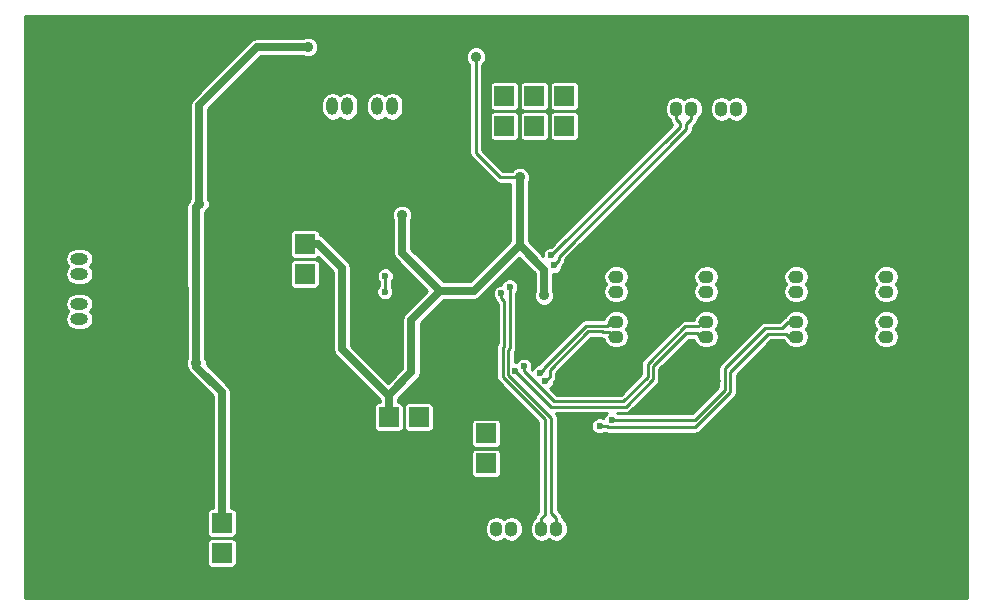
<source format=gtl>
%FSLAX34Y34*%
G04 Gerber Fmt 3.4, Leading zero omitted, Abs format*
G04 (created by PCBNEW (2014-jan-25)-product) date Tue 18 Mar 2014 22:35:24 CET*
%MOIN*%
G01*
G70*
G90*
G04 APERTURE LIST*
%ADD10C,0.005906*%
%ADD11C,0.078740*%
%ADD12O,0.059055X0.039370*%
%ADD13C,0.059055*%
%ADD14R,0.065000X0.065000*%
%ADD15O,0.039370X0.059055*%
%ADD16C,0.236220*%
%ADD17C,0.098425*%
%ADD18O,0.051181X0.043307*%
%ADD19O,0.043307X0.051181*%
%ADD20C,0.035000*%
%ADD21C,0.023622*%
%ADD22C,0.027559*%
%ADD23C,0.010000*%
G04 APERTURE END LIST*
G54D10*
G54D11*
X39100Y-48868D03*
G54D12*
X39100Y-47400D03*
G54D11*
X39493Y-43817D03*
G54D12*
X39100Y-46900D03*
X39100Y-45900D03*
X39100Y-45400D03*
G54D13*
X38509Y-44900D03*
X38509Y-46400D03*
X38509Y-47900D03*
G54D14*
X44850Y-54200D03*
X43850Y-54200D03*
X42850Y-54200D03*
X42850Y-55200D03*
X43850Y-55200D03*
X44850Y-55200D03*
G54D11*
X46071Y-40320D03*
G54D15*
X47540Y-40320D03*
G54D11*
X51122Y-40713D03*
G54D15*
X48040Y-40320D03*
X49040Y-40320D03*
X49540Y-40320D03*
G54D13*
X50040Y-39729D03*
X48540Y-39729D03*
X47040Y-39729D03*
G54D14*
X53275Y-40975D03*
X53275Y-39975D03*
X52660Y-51220D03*
X52660Y-52220D03*
X55275Y-40975D03*
X55275Y-39975D03*
X54275Y-40975D03*
X54275Y-39975D03*
G54D16*
X39000Y-55000D03*
X39000Y-39000D03*
X67000Y-55000D03*
X67000Y-39000D03*
G54D14*
X49420Y-50680D03*
X50420Y-50680D03*
X51420Y-50680D03*
X46620Y-44900D03*
X46620Y-45900D03*
X46620Y-46900D03*
X53280Y-38980D03*
X54280Y-38980D03*
X55280Y-38980D03*
X53660Y-52220D03*
G54D17*
X57000Y-49468D03*
G54D18*
X57000Y-48000D03*
G54D17*
X57393Y-44417D03*
G54D18*
X57000Y-47500D03*
X57000Y-46500D03*
X57000Y-46000D03*
X56409Y-45500D03*
X56409Y-47000D03*
X56409Y-48500D03*
G54D17*
X60000Y-49468D03*
G54D18*
X60000Y-48000D03*
G54D17*
X60393Y-44417D03*
G54D18*
X60000Y-47500D03*
X60000Y-46500D03*
X60000Y-46000D03*
X59409Y-45500D03*
X59409Y-47000D03*
X59409Y-48500D03*
G54D17*
X63000Y-49468D03*
G54D18*
X63000Y-48000D03*
G54D17*
X63393Y-44417D03*
G54D18*
X63000Y-47500D03*
X63000Y-46500D03*
X63000Y-46000D03*
X62409Y-45500D03*
X62409Y-47000D03*
X62409Y-48500D03*
G54D17*
X66000Y-49468D03*
G54D18*
X66000Y-48000D03*
G54D17*
X66393Y-44417D03*
G54D18*
X66000Y-47500D03*
X66000Y-46500D03*
X66000Y-46000D03*
X65409Y-45500D03*
X65409Y-47000D03*
X65409Y-48500D03*
G54D17*
X57531Y-40400D03*
G54D19*
X59000Y-40400D03*
G54D17*
X62582Y-40793D03*
G54D19*
X59500Y-40400D03*
X60500Y-40400D03*
X61000Y-40400D03*
X61500Y-39809D03*
X60000Y-39809D03*
X58500Y-39809D03*
G54D17*
X56468Y-54400D03*
G54D19*
X55000Y-54400D03*
G54D17*
X51417Y-54006D03*
G54D19*
X54500Y-54400D03*
X53500Y-54400D03*
X53000Y-54400D03*
X52500Y-54990D03*
X54000Y-54990D03*
X55500Y-54990D03*
G54D20*
X46720Y-38340D03*
X43000Y-48866D03*
X43100Y-43560D03*
X52320Y-38660D03*
X53780Y-42679D03*
X54590Y-46620D03*
X49860Y-43940D03*
G54D21*
X49299Y-45970D03*
X49288Y-46498D03*
X54640Y-49480D03*
X54460Y-49200D03*
X53640Y-49140D03*
X53920Y-48979D03*
X56450Y-50969D03*
X56860Y-50769D03*
X54840Y-45280D03*
X54920Y-45619D03*
X53450Y-46340D03*
X53170Y-46550D03*
X55315Y-46440D03*
X43860Y-43685D03*
X51520Y-45310D03*
X51740Y-47100D03*
X43880Y-49020D03*
X42420Y-43590D03*
X42500Y-49360D03*
X43200Y-51500D03*
X45795Y-51915D03*
X47100Y-50805D03*
X46380Y-52860D03*
X44340Y-42260D03*
X48135Y-43290D03*
X45715Y-47415D03*
X45720Y-45240D03*
X49280Y-47419D03*
X51440Y-43840D03*
X50340Y-45020D03*
X50279Y-46559D03*
X50900Y-49419D03*
X46460Y-49760D03*
X44020Y-45680D03*
X44480Y-47000D03*
X41280Y-46960D03*
X41540Y-52580D03*
X41200Y-41740D03*
X45200Y-42580D03*
X47840Y-42240D03*
X50900Y-42040D03*
X51070Y-48160D03*
G54D22*
X43100Y-43560D02*
X43100Y-40280D01*
X45040Y-38340D02*
X46720Y-38340D01*
X43100Y-40280D02*
X45040Y-38340D01*
X43000Y-48997D02*
X43000Y-48866D01*
X43000Y-46280D02*
X43000Y-48866D01*
X43000Y-48997D02*
X43850Y-49847D01*
X43850Y-54200D02*
X43850Y-49847D01*
X42980Y-46280D02*
X42980Y-43680D01*
X42980Y-43680D02*
X43100Y-43560D01*
X43000Y-46280D02*
X42980Y-46280D01*
G54D23*
X52320Y-41860D02*
X52320Y-38660D01*
X53139Y-42679D02*
X52320Y-41860D01*
X53780Y-42679D02*
X53139Y-42679D01*
G54D22*
X53780Y-44940D02*
X53780Y-42679D01*
X53780Y-44950D02*
X54590Y-45760D01*
X54590Y-45760D02*
X54590Y-46620D01*
X53780Y-44940D02*
X53780Y-44950D01*
X47860Y-45715D02*
X47045Y-44900D01*
X47860Y-48420D02*
X47860Y-45715D01*
X49420Y-49980D02*
X47860Y-48420D01*
X49420Y-50680D02*
X49420Y-49980D01*
X50175Y-49179D02*
X50175Y-47428D01*
X49420Y-49934D02*
X50175Y-49179D01*
X49420Y-50255D02*
X49420Y-49934D01*
X49420Y-50680D02*
X49420Y-50255D01*
X50175Y-47428D02*
X51141Y-46461D01*
X51141Y-46461D02*
X52258Y-46461D01*
X52258Y-46461D02*
X53780Y-44940D01*
X47045Y-44900D02*
X46620Y-44900D01*
X49860Y-45200D02*
X49860Y-43940D01*
X51121Y-46461D02*
X49860Y-45200D01*
X51141Y-46461D02*
X51121Y-46461D01*
G54D23*
X49299Y-45970D02*
X49299Y-46487D01*
X49299Y-46487D02*
X49288Y-46498D01*
X56565Y-47845D02*
X56540Y-47820D01*
X56765Y-47845D02*
X56565Y-47845D01*
X57000Y-48000D02*
X56920Y-48000D01*
X56920Y-48000D02*
X56765Y-47845D01*
X54780Y-49340D02*
X54640Y-49480D01*
X54780Y-49100D02*
X54780Y-49340D01*
X56060Y-47820D02*
X54780Y-49100D01*
X56540Y-47820D02*
X56060Y-47820D01*
X54578Y-49081D02*
X54460Y-49200D01*
X54578Y-49041D02*
X54578Y-49081D01*
X55980Y-47640D02*
X54578Y-49041D01*
X56679Y-47640D02*
X55980Y-47640D01*
X56819Y-47500D02*
X56679Y-47640D01*
X57000Y-47500D02*
X56819Y-47500D01*
X59325Y-47880D02*
X58222Y-48982D01*
X59700Y-47880D02*
X59325Y-47880D01*
X59820Y-48000D02*
X59700Y-47880D01*
X60000Y-48000D02*
X59820Y-48000D01*
X58222Y-49417D02*
X57311Y-50328D01*
X58222Y-48982D02*
X58222Y-49417D01*
X54828Y-50328D02*
X53640Y-49140D01*
X57311Y-50328D02*
X54828Y-50328D01*
X53920Y-49147D02*
X53920Y-48979D01*
X59880Y-47500D02*
X59725Y-47654D01*
X60000Y-47500D02*
X59880Y-47500D01*
X59725Y-47654D02*
X59297Y-47654D01*
X59297Y-47654D02*
X58043Y-48908D01*
X58043Y-49343D02*
X57237Y-50150D01*
X58043Y-48908D02*
X58043Y-49343D01*
X57237Y-50150D02*
X54922Y-50150D01*
X54922Y-50150D02*
X53920Y-49147D01*
X60799Y-49840D02*
X59623Y-51016D01*
X59623Y-51016D02*
X56741Y-51016D01*
X56694Y-50969D02*
X56741Y-51016D01*
X56450Y-50969D02*
X56694Y-50969D01*
X60799Y-49170D02*
X60799Y-49840D01*
X62070Y-47899D02*
X60799Y-49170D01*
X62654Y-47899D02*
X62070Y-47899D01*
X63000Y-48000D02*
X62754Y-48000D01*
X62754Y-48000D02*
X62654Y-47899D01*
X60620Y-49766D02*
X60620Y-49056D01*
X60620Y-49056D02*
X61962Y-47715D01*
X60620Y-49766D02*
X59617Y-50769D01*
X59617Y-50769D02*
X56860Y-50769D01*
X63000Y-47500D02*
X62740Y-47500D01*
X62740Y-47500D02*
X62524Y-47715D01*
X62524Y-47715D02*
X61962Y-47715D01*
X59000Y-40400D02*
X59000Y-40755D01*
X59000Y-40755D02*
X59124Y-40880D01*
X59124Y-40880D02*
X59124Y-40995D01*
X59124Y-40995D02*
X54840Y-45280D01*
X59500Y-40755D02*
X59335Y-40920D01*
X59500Y-40400D02*
X59500Y-40755D01*
X59335Y-40920D02*
X59335Y-41084D01*
X55086Y-45453D02*
X54920Y-45619D01*
X59335Y-41084D02*
X55086Y-45333D01*
X55086Y-45333D02*
X55086Y-45453D01*
X55000Y-54044D02*
X55000Y-54400D01*
X55000Y-54044D02*
X54835Y-53880D01*
X53393Y-49258D02*
X54835Y-50701D01*
X54835Y-53880D02*
X54835Y-50701D01*
X53393Y-48429D02*
X53393Y-49258D01*
X53393Y-48429D02*
X53448Y-48373D01*
X53450Y-46340D02*
X53450Y-48194D01*
X53448Y-48373D02*
X53448Y-48196D01*
X53448Y-48196D02*
X53450Y-48194D01*
X53170Y-46550D02*
X53170Y-46717D01*
X53170Y-46717D02*
X53270Y-46817D01*
X53270Y-46817D02*
X53270Y-48299D01*
X53211Y-48358D02*
X53270Y-48299D01*
X53211Y-49329D02*
X53211Y-48358D01*
X54500Y-54044D02*
X54620Y-53924D01*
X54500Y-54400D02*
X54500Y-54044D01*
X54620Y-50738D02*
X53211Y-49329D01*
X54620Y-53924D02*
X54620Y-50738D01*
X55315Y-46440D02*
X55315Y-46425D01*
X43860Y-43685D02*
X43835Y-43685D01*
X50470Y-42380D02*
X50470Y-43470D01*
X51520Y-44520D02*
X51520Y-45310D01*
X50470Y-43470D02*
X51520Y-44520D01*
X51560Y-48690D02*
X51560Y-47280D01*
X51560Y-47280D02*
X51740Y-47100D01*
X43880Y-49020D02*
X43880Y-49010D01*
X45720Y-45240D02*
X45720Y-45255D01*
X51440Y-43840D02*
X51460Y-43840D01*
X51400Y-49919D02*
X51400Y-50700D01*
X50900Y-49419D02*
X51400Y-49919D01*
X46460Y-49760D02*
X46460Y-49780D01*
X44020Y-45680D02*
X43940Y-45680D01*
X44480Y-47000D02*
X44480Y-47060D01*
X41280Y-46960D02*
X41260Y-46940D01*
X41540Y-52580D02*
X41540Y-52600D01*
X41200Y-41740D02*
X41180Y-41760D01*
X45200Y-42580D02*
X45180Y-42580D01*
X47840Y-42240D02*
X47820Y-42260D01*
X47820Y-42260D02*
X47820Y-42280D01*
X47820Y-42280D02*
X47840Y-42300D01*
X50900Y-42040D02*
X50900Y-42060D01*
G54D10*
G36*
X68702Y-56702D02*
X66432Y-56702D01*
X66432Y-48000D01*
X66403Y-47852D01*
X66334Y-47750D01*
X66403Y-47647D01*
X66432Y-47500D01*
X66432Y-46500D01*
X66403Y-46352D01*
X66334Y-46250D01*
X66403Y-46147D01*
X66432Y-46000D01*
X66403Y-45852D01*
X66319Y-45728D01*
X66194Y-45644D01*
X66047Y-45615D01*
X65952Y-45615D01*
X65805Y-45644D01*
X65680Y-45728D01*
X65596Y-45852D01*
X65567Y-46000D01*
X65596Y-46147D01*
X65665Y-46250D01*
X65596Y-46352D01*
X65567Y-46500D01*
X65596Y-46647D01*
X65680Y-46771D01*
X65805Y-46855D01*
X65952Y-46884D01*
X66047Y-46884D01*
X66194Y-46855D01*
X66319Y-46771D01*
X66403Y-46647D01*
X66432Y-46500D01*
X66432Y-47500D01*
X66403Y-47352D01*
X66319Y-47228D01*
X66194Y-47144D01*
X66047Y-47115D01*
X65952Y-47115D01*
X65805Y-47144D01*
X65680Y-47228D01*
X65596Y-47352D01*
X65567Y-47500D01*
X65596Y-47647D01*
X65665Y-47750D01*
X65596Y-47852D01*
X65567Y-48000D01*
X65596Y-48147D01*
X65680Y-48271D01*
X65805Y-48355D01*
X65952Y-48384D01*
X66047Y-48384D01*
X66194Y-48355D01*
X66319Y-48271D01*
X66403Y-48147D01*
X66432Y-48000D01*
X66432Y-56702D01*
X63432Y-56702D01*
X63432Y-48000D01*
X63403Y-47852D01*
X63334Y-47750D01*
X63403Y-47647D01*
X63432Y-47500D01*
X63432Y-46500D01*
X63403Y-46352D01*
X63334Y-46250D01*
X63403Y-46147D01*
X63432Y-46000D01*
X63403Y-45852D01*
X63319Y-45728D01*
X63194Y-45644D01*
X63047Y-45615D01*
X62952Y-45615D01*
X62805Y-45644D01*
X62680Y-45728D01*
X62596Y-45852D01*
X62567Y-46000D01*
X62596Y-46147D01*
X62665Y-46250D01*
X62596Y-46352D01*
X62567Y-46500D01*
X62596Y-46647D01*
X62680Y-46771D01*
X62805Y-46855D01*
X62952Y-46884D01*
X63047Y-46884D01*
X63194Y-46855D01*
X63319Y-46771D01*
X63403Y-46647D01*
X63432Y-46500D01*
X63432Y-47500D01*
X63403Y-47352D01*
X63319Y-47228D01*
X63194Y-47144D01*
X63047Y-47115D01*
X62952Y-47115D01*
X62805Y-47144D01*
X62680Y-47228D01*
X62614Y-47326D01*
X62585Y-47345D01*
X62434Y-47497D01*
X61962Y-47497D01*
X61878Y-47513D01*
X61807Y-47560D01*
X61384Y-47984D01*
X61384Y-40447D01*
X61384Y-40352D01*
X61355Y-40205D01*
X61271Y-40080D01*
X61147Y-39996D01*
X61000Y-39967D01*
X60852Y-39996D01*
X60749Y-40065D01*
X60647Y-39996D01*
X60500Y-39967D01*
X60352Y-39996D01*
X60228Y-40080D01*
X60144Y-40205D01*
X60115Y-40352D01*
X60115Y-40447D01*
X60144Y-40594D01*
X60228Y-40719D01*
X60352Y-40803D01*
X60500Y-40832D01*
X60647Y-40803D01*
X60750Y-40734D01*
X60852Y-40803D01*
X61000Y-40832D01*
X61147Y-40803D01*
X61271Y-40719D01*
X61355Y-40594D01*
X61384Y-40447D01*
X61384Y-47984D01*
X60466Y-48902D01*
X60419Y-48972D01*
X60402Y-49056D01*
X60402Y-49676D01*
X59527Y-50551D01*
X57046Y-50551D01*
X57041Y-50546D01*
X57311Y-50546D01*
X57394Y-50530D01*
X57394Y-50530D01*
X57465Y-50482D01*
X58376Y-49572D01*
X58376Y-49572D01*
X58423Y-49501D01*
X58440Y-49417D01*
X58440Y-49073D01*
X59415Y-48098D01*
X59587Y-48098D01*
X59596Y-48147D01*
X59680Y-48271D01*
X59805Y-48355D01*
X59952Y-48384D01*
X60047Y-48384D01*
X60194Y-48355D01*
X60319Y-48271D01*
X60403Y-48147D01*
X60432Y-48000D01*
X60403Y-47852D01*
X60334Y-47750D01*
X60403Y-47647D01*
X60432Y-47500D01*
X60432Y-46500D01*
X60403Y-46352D01*
X60334Y-46250D01*
X60403Y-46147D01*
X60432Y-46000D01*
X60403Y-45852D01*
X60319Y-45728D01*
X60194Y-45644D01*
X60047Y-45615D01*
X59952Y-45615D01*
X59884Y-45628D01*
X59884Y-40447D01*
X59884Y-40352D01*
X59855Y-40205D01*
X59771Y-40080D01*
X59647Y-39996D01*
X59500Y-39967D01*
X59352Y-39996D01*
X59249Y-40065D01*
X59147Y-39996D01*
X59000Y-39967D01*
X58852Y-39996D01*
X58728Y-40080D01*
X58644Y-40205D01*
X58615Y-40352D01*
X58615Y-40447D01*
X58644Y-40594D01*
X58728Y-40719D01*
X58781Y-40755D01*
X58781Y-40755D01*
X58798Y-40839D01*
X58845Y-40910D01*
X58873Y-40937D01*
X55768Y-44043D01*
X55768Y-41333D01*
X55768Y-41266D01*
X55768Y-40616D01*
X55768Y-40333D01*
X55768Y-40266D01*
X55768Y-39616D01*
X55742Y-39554D01*
X55695Y-39507D01*
X55633Y-39481D01*
X55566Y-39481D01*
X54916Y-39481D01*
X54854Y-39507D01*
X54807Y-39554D01*
X54781Y-39616D01*
X54781Y-39683D01*
X54781Y-40333D01*
X54807Y-40395D01*
X54854Y-40442D01*
X54916Y-40468D01*
X54983Y-40468D01*
X55633Y-40468D01*
X55695Y-40442D01*
X55742Y-40395D01*
X55768Y-40333D01*
X55768Y-40616D01*
X55742Y-40554D01*
X55695Y-40507D01*
X55633Y-40481D01*
X55566Y-40481D01*
X54916Y-40481D01*
X54854Y-40507D01*
X54807Y-40554D01*
X54781Y-40616D01*
X54781Y-40683D01*
X54781Y-41333D01*
X54807Y-41395D01*
X54854Y-41442D01*
X54916Y-41468D01*
X54983Y-41468D01*
X55633Y-41468D01*
X55695Y-41442D01*
X55742Y-41395D01*
X55768Y-41333D01*
X55768Y-44043D01*
X54817Y-44993D01*
X54783Y-44993D01*
X54768Y-45000D01*
X54768Y-41333D01*
X54768Y-41266D01*
X54768Y-40616D01*
X54768Y-40333D01*
X54768Y-40266D01*
X54768Y-39616D01*
X54742Y-39554D01*
X54695Y-39507D01*
X54633Y-39481D01*
X54566Y-39481D01*
X53916Y-39481D01*
X53854Y-39507D01*
X53807Y-39554D01*
X53781Y-39616D01*
X53781Y-39683D01*
X53781Y-40333D01*
X53807Y-40395D01*
X53854Y-40442D01*
X53916Y-40468D01*
X53983Y-40468D01*
X54633Y-40468D01*
X54695Y-40442D01*
X54742Y-40395D01*
X54768Y-40333D01*
X54768Y-40616D01*
X54742Y-40554D01*
X54695Y-40507D01*
X54633Y-40481D01*
X54566Y-40481D01*
X53916Y-40481D01*
X53854Y-40507D01*
X53807Y-40554D01*
X53781Y-40616D01*
X53781Y-40683D01*
X53781Y-41333D01*
X53807Y-41395D01*
X53854Y-41442D01*
X53916Y-41468D01*
X53983Y-41468D01*
X54633Y-41468D01*
X54695Y-41442D01*
X54742Y-41395D01*
X54768Y-41333D01*
X54768Y-45000D01*
X54678Y-45037D01*
X54597Y-45117D01*
X54553Y-45222D01*
X54553Y-45291D01*
X54085Y-44823D01*
X54085Y-42838D01*
X54123Y-42748D01*
X54123Y-42612D01*
X54071Y-42485D01*
X53974Y-42389D01*
X53848Y-42336D01*
X53768Y-42336D01*
X53768Y-41333D01*
X53768Y-41266D01*
X53768Y-40616D01*
X53768Y-40333D01*
X53768Y-40266D01*
X53768Y-39616D01*
X53742Y-39554D01*
X53695Y-39507D01*
X53633Y-39481D01*
X53566Y-39481D01*
X52916Y-39481D01*
X52854Y-39507D01*
X52807Y-39554D01*
X52781Y-39616D01*
X52781Y-39683D01*
X52781Y-40333D01*
X52807Y-40395D01*
X52854Y-40442D01*
X52916Y-40468D01*
X52983Y-40468D01*
X53633Y-40468D01*
X53695Y-40442D01*
X53742Y-40395D01*
X53768Y-40333D01*
X53768Y-40616D01*
X53742Y-40554D01*
X53695Y-40507D01*
X53633Y-40481D01*
X53566Y-40481D01*
X52916Y-40481D01*
X52854Y-40507D01*
X52807Y-40554D01*
X52781Y-40616D01*
X52781Y-40683D01*
X52781Y-41333D01*
X52807Y-41395D01*
X52854Y-41442D01*
X52916Y-41468D01*
X52983Y-41468D01*
X53633Y-41468D01*
X53695Y-41442D01*
X53742Y-41395D01*
X53768Y-41333D01*
X53768Y-42336D01*
X53712Y-42336D01*
X53585Y-42388D01*
X53512Y-42461D01*
X53230Y-42461D01*
X52538Y-41769D01*
X52538Y-38927D01*
X52610Y-38854D01*
X52663Y-38728D01*
X52663Y-38592D01*
X52611Y-38465D01*
X52514Y-38369D01*
X52388Y-38316D01*
X52252Y-38316D01*
X52125Y-38368D01*
X52029Y-38465D01*
X51976Y-38591D01*
X51976Y-38727D01*
X52028Y-38854D01*
X52101Y-38927D01*
X52101Y-41860D01*
X52118Y-41943D01*
X52165Y-42014D01*
X52985Y-42834D01*
X53056Y-42881D01*
X53056Y-42881D01*
X53139Y-42898D01*
X53474Y-42898D01*
X53474Y-44813D01*
X52131Y-46155D01*
X51248Y-46155D01*
X50165Y-45073D01*
X50165Y-44098D01*
X50203Y-44008D01*
X50203Y-43872D01*
X50151Y-43745D01*
X50054Y-43649D01*
X49928Y-43596D01*
X49904Y-43596D01*
X49904Y-40427D01*
X49904Y-40212D01*
X49877Y-40072D01*
X49798Y-39954D01*
X49679Y-39875D01*
X49540Y-39847D01*
X49400Y-39875D01*
X49290Y-39949D01*
X49179Y-39875D01*
X49040Y-39847D01*
X48900Y-39875D01*
X48781Y-39954D01*
X48702Y-40072D01*
X48675Y-40212D01*
X48675Y-40427D01*
X48702Y-40567D01*
X48781Y-40685D01*
X48900Y-40764D01*
X49040Y-40792D01*
X49179Y-40764D01*
X49290Y-40690D01*
X49400Y-40764D01*
X49540Y-40792D01*
X49679Y-40764D01*
X49798Y-40685D01*
X49877Y-40567D01*
X49904Y-40427D01*
X49904Y-43596D01*
X49792Y-43596D01*
X49665Y-43648D01*
X49569Y-43745D01*
X49516Y-43871D01*
X49516Y-44007D01*
X49554Y-44098D01*
X49554Y-45200D01*
X49577Y-45317D01*
X49643Y-45416D01*
X50699Y-46471D01*
X49958Y-47211D01*
X49892Y-47311D01*
X49869Y-47428D01*
X49869Y-49052D01*
X49586Y-49335D01*
X49586Y-45913D01*
X49542Y-45808D01*
X49462Y-45727D01*
X49357Y-45683D01*
X49243Y-45683D01*
X49138Y-45727D01*
X49057Y-45807D01*
X49013Y-45912D01*
X49013Y-46026D01*
X49057Y-46131D01*
X49081Y-46156D01*
X49081Y-46300D01*
X49046Y-46336D01*
X49002Y-46441D01*
X49002Y-46555D01*
X49045Y-46660D01*
X49126Y-46741D01*
X49231Y-46785D01*
X49345Y-46785D01*
X49450Y-46741D01*
X49531Y-46661D01*
X49574Y-46556D01*
X49575Y-46442D01*
X49531Y-46336D01*
X49518Y-46323D01*
X49518Y-46156D01*
X49542Y-46132D01*
X49586Y-46027D01*
X49586Y-45913D01*
X49586Y-49335D01*
X49397Y-49524D01*
X48404Y-48532D01*
X48404Y-40427D01*
X48404Y-40212D01*
X48377Y-40072D01*
X48298Y-39954D01*
X48179Y-39875D01*
X48040Y-39847D01*
X47900Y-39875D01*
X47790Y-39949D01*
X47679Y-39875D01*
X47540Y-39847D01*
X47400Y-39875D01*
X47281Y-39954D01*
X47202Y-40072D01*
X47175Y-40212D01*
X47175Y-40427D01*
X47202Y-40567D01*
X47281Y-40685D01*
X47400Y-40764D01*
X47540Y-40792D01*
X47679Y-40764D01*
X47790Y-40690D01*
X47900Y-40764D01*
X48040Y-40792D01*
X48179Y-40764D01*
X48298Y-40685D01*
X48377Y-40567D01*
X48404Y-40427D01*
X48404Y-48532D01*
X48165Y-48293D01*
X48165Y-45715D01*
X48142Y-45597D01*
X48076Y-45498D01*
X47261Y-44683D01*
X47162Y-44617D01*
X47113Y-44607D01*
X47113Y-44541D01*
X47087Y-44479D01*
X47063Y-44455D01*
X47063Y-38272D01*
X47011Y-38145D01*
X46914Y-38049D01*
X46788Y-37996D01*
X46652Y-37996D01*
X46561Y-38034D01*
X45040Y-38034D01*
X44922Y-38057D01*
X44823Y-38123D01*
X42883Y-40063D01*
X42817Y-40162D01*
X42794Y-40280D01*
X42794Y-43401D01*
X42771Y-43455D01*
X42763Y-43463D01*
X42697Y-43562D01*
X42674Y-43680D01*
X42674Y-46280D01*
X42694Y-46380D01*
X42694Y-48708D01*
X42656Y-48798D01*
X42656Y-48934D01*
X42704Y-49050D01*
X42717Y-49114D01*
X42783Y-49213D01*
X43544Y-49974D01*
X43544Y-53706D01*
X43491Y-53706D01*
X43429Y-53732D01*
X43382Y-53779D01*
X43356Y-53841D01*
X43356Y-53908D01*
X43356Y-54558D01*
X43382Y-54620D01*
X43429Y-54667D01*
X43491Y-54693D01*
X43558Y-54693D01*
X44208Y-54693D01*
X44270Y-54667D01*
X44317Y-54620D01*
X44343Y-54558D01*
X44343Y-54491D01*
X44343Y-53841D01*
X44317Y-53779D01*
X44270Y-53732D01*
X44208Y-53706D01*
X44155Y-53706D01*
X44155Y-49847D01*
X44132Y-49730D01*
X44066Y-49631D01*
X43343Y-48907D01*
X43343Y-48798D01*
X43305Y-48708D01*
X43305Y-46280D01*
X43285Y-46179D01*
X43285Y-43854D01*
X43294Y-43851D01*
X43390Y-43754D01*
X43443Y-43628D01*
X43443Y-43492D01*
X43405Y-43401D01*
X43405Y-40406D01*
X45166Y-38645D01*
X46561Y-38645D01*
X46651Y-38683D01*
X46787Y-38683D01*
X46914Y-38631D01*
X47010Y-38534D01*
X47063Y-38408D01*
X47063Y-38272D01*
X47063Y-44455D01*
X47040Y-44432D01*
X46978Y-44406D01*
X46911Y-44406D01*
X46261Y-44406D01*
X46199Y-44432D01*
X46152Y-44479D01*
X46126Y-44541D01*
X46126Y-44608D01*
X46126Y-45258D01*
X46152Y-45320D01*
X46199Y-45367D01*
X46261Y-45393D01*
X46328Y-45393D01*
X46978Y-45393D01*
X47040Y-45367D01*
X47060Y-45347D01*
X47554Y-45841D01*
X47554Y-48420D01*
X47577Y-48537D01*
X47643Y-48636D01*
X49114Y-50106D01*
X49114Y-50186D01*
X49061Y-50186D01*
X48999Y-50212D01*
X48952Y-50259D01*
X48926Y-50321D01*
X48926Y-50388D01*
X48926Y-51038D01*
X48952Y-51100D01*
X48999Y-51147D01*
X49061Y-51173D01*
X49128Y-51173D01*
X49778Y-51173D01*
X49840Y-51147D01*
X49887Y-51100D01*
X49913Y-51038D01*
X49913Y-50971D01*
X49913Y-50321D01*
X49887Y-50259D01*
X49840Y-50212D01*
X49778Y-50186D01*
X49725Y-50186D01*
X49725Y-50061D01*
X50391Y-49395D01*
X50457Y-49296D01*
X50481Y-49179D01*
X50481Y-47554D01*
X51268Y-46767D01*
X52258Y-46767D01*
X52375Y-46744D01*
X52474Y-46677D01*
X53775Y-45377D01*
X54284Y-45886D01*
X54284Y-46461D01*
X54246Y-46551D01*
X54246Y-46687D01*
X54298Y-46814D01*
X54395Y-46910D01*
X54521Y-46963D01*
X54657Y-46963D01*
X54784Y-46911D01*
X54880Y-46814D01*
X54933Y-46688D01*
X54933Y-46552D01*
X54895Y-46461D01*
X54895Y-45906D01*
X54976Y-45906D01*
X55081Y-45862D01*
X55162Y-45782D01*
X55206Y-45677D01*
X55206Y-45642D01*
X55241Y-45607D01*
X55288Y-45536D01*
X55288Y-45536D01*
X55304Y-45453D01*
X55304Y-45423D01*
X59490Y-41238D01*
X59537Y-41167D01*
X59537Y-41167D01*
X59554Y-41084D01*
X59554Y-41010D01*
X59654Y-40910D01*
X59701Y-40839D01*
X59701Y-40839D01*
X59718Y-40755D01*
X59718Y-40755D01*
X59771Y-40719D01*
X59855Y-40594D01*
X59884Y-40447D01*
X59884Y-45628D01*
X59805Y-45644D01*
X59680Y-45728D01*
X59596Y-45852D01*
X59567Y-46000D01*
X59596Y-46147D01*
X59665Y-46250D01*
X59596Y-46352D01*
X59567Y-46500D01*
X59596Y-46647D01*
X59680Y-46771D01*
X59805Y-46855D01*
X59952Y-46884D01*
X60047Y-46884D01*
X60194Y-46855D01*
X60319Y-46771D01*
X60403Y-46647D01*
X60432Y-46500D01*
X60432Y-47500D01*
X60403Y-47352D01*
X60319Y-47228D01*
X60194Y-47144D01*
X60047Y-47115D01*
X59952Y-47115D01*
X59805Y-47144D01*
X59680Y-47228D01*
X59596Y-47352D01*
X59580Y-47436D01*
X59297Y-47436D01*
X59214Y-47453D01*
X59143Y-47500D01*
X57889Y-48754D01*
X57842Y-48825D01*
X57825Y-48908D01*
X57825Y-49253D01*
X57147Y-49931D01*
X55013Y-49931D01*
X54803Y-49721D01*
X54882Y-49642D01*
X54926Y-49537D01*
X54926Y-49502D01*
X54934Y-49494D01*
X54981Y-49423D01*
X54981Y-49423D01*
X54998Y-49340D01*
X54998Y-49190D01*
X56150Y-48038D01*
X56468Y-48038D01*
X56468Y-48038D01*
X56481Y-48046D01*
X56481Y-48046D01*
X56565Y-48063D01*
X56580Y-48063D01*
X56596Y-48147D01*
X56680Y-48271D01*
X56805Y-48355D01*
X56952Y-48384D01*
X57047Y-48384D01*
X57194Y-48355D01*
X57319Y-48271D01*
X57403Y-48147D01*
X57432Y-48000D01*
X57403Y-47852D01*
X57334Y-47750D01*
X57403Y-47647D01*
X57432Y-47500D01*
X57432Y-46500D01*
X57403Y-46352D01*
X57334Y-46250D01*
X57403Y-46147D01*
X57432Y-46000D01*
X57403Y-45852D01*
X57319Y-45728D01*
X57194Y-45644D01*
X57047Y-45615D01*
X56952Y-45615D01*
X56805Y-45644D01*
X56680Y-45728D01*
X56596Y-45852D01*
X56567Y-46000D01*
X56596Y-46147D01*
X56665Y-46250D01*
X56596Y-46352D01*
X56567Y-46500D01*
X56596Y-46647D01*
X56680Y-46771D01*
X56805Y-46855D01*
X56952Y-46884D01*
X57047Y-46884D01*
X57194Y-46855D01*
X57319Y-46771D01*
X57403Y-46647D01*
X57432Y-46500D01*
X57432Y-47500D01*
X57403Y-47352D01*
X57319Y-47228D01*
X57194Y-47144D01*
X57047Y-47115D01*
X56952Y-47115D01*
X56805Y-47144D01*
X56680Y-47228D01*
X56596Y-47352D01*
X56583Y-47421D01*
X55980Y-47421D01*
X55896Y-47438D01*
X55825Y-47485D01*
X54423Y-48887D01*
X54406Y-48913D01*
X54403Y-48913D01*
X54298Y-48957D01*
X54217Y-49037D01*
X54188Y-49107D01*
X54180Y-49099D01*
X54206Y-49037D01*
X54206Y-48923D01*
X54162Y-48818D01*
X54082Y-48737D01*
X53977Y-48693D01*
X53863Y-48693D01*
X53758Y-48737D01*
X53677Y-48817D01*
X53662Y-48853D01*
X53611Y-48853D01*
X53611Y-48515D01*
X53611Y-48515D01*
X53650Y-48456D01*
X53650Y-48456D01*
X53666Y-48373D01*
X53666Y-48201D01*
X53668Y-48194D01*
X53668Y-46526D01*
X53692Y-46502D01*
X53736Y-46397D01*
X53736Y-46283D01*
X53692Y-46178D01*
X53612Y-46097D01*
X53507Y-46053D01*
X53393Y-46053D01*
X53288Y-46097D01*
X53207Y-46177D01*
X53171Y-46263D01*
X53113Y-46263D01*
X53008Y-46307D01*
X52927Y-46387D01*
X52883Y-46492D01*
X52883Y-46606D01*
X52927Y-46711D01*
X52956Y-46741D01*
X52956Y-46741D01*
X52968Y-46800D01*
X53015Y-46871D01*
X53051Y-46907D01*
X53051Y-48211D01*
X53009Y-48274D01*
X52993Y-48358D01*
X52993Y-49329D01*
X53009Y-49412D01*
X53057Y-49483D01*
X54401Y-50828D01*
X54401Y-53833D01*
X54345Y-53889D01*
X54298Y-53960D01*
X54281Y-54044D01*
X54281Y-54044D01*
X54228Y-54080D01*
X54144Y-54205D01*
X54115Y-54352D01*
X54115Y-54447D01*
X54144Y-54594D01*
X54228Y-54719D01*
X54352Y-54803D01*
X54500Y-54832D01*
X54647Y-54803D01*
X54750Y-54734D01*
X54852Y-54803D01*
X55000Y-54832D01*
X55147Y-54803D01*
X55271Y-54719D01*
X55355Y-54594D01*
X55384Y-54447D01*
X55384Y-54352D01*
X55355Y-54205D01*
X55271Y-54080D01*
X55218Y-54044D01*
X55218Y-54044D01*
X55201Y-53960D01*
X55201Y-53960D01*
X55154Y-53889D01*
X55054Y-53789D01*
X55054Y-50701D01*
X55037Y-50617D01*
X55037Y-50617D01*
X54990Y-50547D01*
X54989Y-50546D01*
X56678Y-50546D01*
X56617Y-50607D01*
X56574Y-50711D01*
X56507Y-50683D01*
X56393Y-50683D01*
X56288Y-50727D01*
X56207Y-50807D01*
X56163Y-50912D01*
X56163Y-51026D01*
X56207Y-51131D01*
X56287Y-51212D01*
X56392Y-51256D01*
X56506Y-51256D01*
X56611Y-51212D01*
X56627Y-51197D01*
X56658Y-51218D01*
X56658Y-51218D01*
X56741Y-51234D01*
X59623Y-51234D01*
X59706Y-51218D01*
X59706Y-51218D01*
X59777Y-51171D01*
X60953Y-49994D01*
X61001Y-49924D01*
X61001Y-49924D01*
X61017Y-49840D01*
X61017Y-49260D01*
X62160Y-48118D01*
X62563Y-48118D01*
X62599Y-48154D01*
X62602Y-48156D01*
X62680Y-48271D01*
X62805Y-48355D01*
X62952Y-48384D01*
X63047Y-48384D01*
X63194Y-48355D01*
X63319Y-48271D01*
X63403Y-48147D01*
X63432Y-48000D01*
X63432Y-56702D01*
X53884Y-56702D01*
X53884Y-54447D01*
X53884Y-54352D01*
X53855Y-54205D01*
X53771Y-54080D01*
X53647Y-53996D01*
X53500Y-53967D01*
X53352Y-53996D01*
X53250Y-54065D01*
X53153Y-54000D01*
X53153Y-52578D01*
X53153Y-52511D01*
X53153Y-51861D01*
X53153Y-51578D01*
X53153Y-51511D01*
X53153Y-50861D01*
X53127Y-50799D01*
X53080Y-50752D01*
X53018Y-50726D01*
X52951Y-50726D01*
X52301Y-50726D01*
X52239Y-50752D01*
X52192Y-50799D01*
X52166Y-50861D01*
X52166Y-50928D01*
X52166Y-51578D01*
X52192Y-51640D01*
X52239Y-51687D01*
X52301Y-51713D01*
X52368Y-51713D01*
X53018Y-51713D01*
X53080Y-51687D01*
X53127Y-51640D01*
X53153Y-51578D01*
X53153Y-51861D01*
X53127Y-51799D01*
X53080Y-51752D01*
X53018Y-51726D01*
X52951Y-51726D01*
X52301Y-51726D01*
X52239Y-51752D01*
X52192Y-51799D01*
X52166Y-51861D01*
X52166Y-51928D01*
X52166Y-52578D01*
X52192Y-52640D01*
X52239Y-52687D01*
X52301Y-52713D01*
X52368Y-52713D01*
X53018Y-52713D01*
X53080Y-52687D01*
X53127Y-52640D01*
X53153Y-52578D01*
X53153Y-54000D01*
X53147Y-53996D01*
X53000Y-53967D01*
X52852Y-53996D01*
X52728Y-54080D01*
X52644Y-54205D01*
X52615Y-54352D01*
X52615Y-54447D01*
X52644Y-54594D01*
X52728Y-54719D01*
X52852Y-54803D01*
X53000Y-54832D01*
X53147Y-54803D01*
X53250Y-54734D01*
X53352Y-54803D01*
X53500Y-54832D01*
X53647Y-54803D01*
X53771Y-54719D01*
X53855Y-54594D01*
X53884Y-54447D01*
X53884Y-56702D01*
X50913Y-56702D01*
X50913Y-51038D01*
X50913Y-50971D01*
X50913Y-50321D01*
X50887Y-50259D01*
X50840Y-50212D01*
X50778Y-50186D01*
X50711Y-50186D01*
X50061Y-50186D01*
X49999Y-50212D01*
X49952Y-50259D01*
X49926Y-50321D01*
X49926Y-50388D01*
X49926Y-51038D01*
X49952Y-51100D01*
X49999Y-51147D01*
X50061Y-51173D01*
X50128Y-51173D01*
X50778Y-51173D01*
X50840Y-51147D01*
X50887Y-51100D01*
X50913Y-51038D01*
X50913Y-56702D01*
X47113Y-56702D01*
X47113Y-46258D01*
X47113Y-46191D01*
X47113Y-45541D01*
X47087Y-45479D01*
X47040Y-45432D01*
X46978Y-45406D01*
X46911Y-45406D01*
X46261Y-45406D01*
X46199Y-45432D01*
X46152Y-45479D01*
X46126Y-45541D01*
X46126Y-45608D01*
X46126Y-46258D01*
X46152Y-46320D01*
X46199Y-46367D01*
X46261Y-46393D01*
X46328Y-46393D01*
X46978Y-46393D01*
X47040Y-46367D01*
X47087Y-46320D01*
X47113Y-46258D01*
X47113Y-56702D01*
X44343Y-56702D01*
X44343Y-55558D01*
X44343Y-55491D01*
X44343Y-54841D01*
X44317Y-54779D01*
X44270Y-54732D01*
X44208Y-54706D01*
X44141Y-54706D01*
X43491Y-54706D01*
X43429Y-54732D01*
X43382Y-54779D01*
X43356Y-54841D01*
X43356Y-54908D01*
X43356Y-55558D01*
X43382Y-55620D01*
X43429Y-55667D01*
X43491Y-55693D01*
X43558Y-55693D01*
X44208Y-55693D01*
X44270Y-55667D01*
X44317Y-55620D01*
X44343Y-55558D01*
X44343Y-56702D01*
X39572Y-56702D01*
X39572Y-47400D01*
X39544Y-47260D01*
X39470Y-47150D01*
X39544Y-47039D01*
X39572Y-46900D01*
X39572Y-45900D01*
X39544Y-45760D01*
X39470Y-45650D01*
X39544Y-45539D01*
X39572Y-45400D01*
X39544Y-45260D01*
X39465Y-45141D01*
X39347Y-45062D01*
X39207Y-45035D01*
X38992Y-45035D01*
X38852Y-45062D01*
X38734Y-45141D01*
X38655Y-45260D01*
X38627Y-45400D01*
X38655Y-45539D01*
X38729Y-45650D01*
X38655Y-45760D01*
X38627Y-45900D01*
X38655Y-46039D01*
X38734Y-46158D01*
X38852Y-46237D01*
X38992Y-46264D01*
X39207Y-46264D01*
X39347Y-46237D01*
X39465Y-46158D01*
X39544Y-46039D01*
X39572Y-45900D01*
X39572Y-46900D01*
X39544Y-46760D01*
X39465Y-46641D01*
X39347Y-46562D01*
X39207Y-46535D01*
X38992Y-46535D01*
X38852Y-46562D01*
X38734Y-46641D01*
X38655Y-46760D01*
X38627Y-46900D01*
X38655Y-47039D01*
X38729Y-47150D01*
X38655Y-47260D01*
X38627Y-47400D01*
X38655Y-47539D01*
X38734Y-47658D01*
X38852Y-47737D01*
X38992Y-47764D01*
X39207Y-47764D01*
X39347Y-47737D01*
X39465Y-47658D01*
X39544Y-47539D01*
X39572Y-47400D01*
X39572Y-56702D01*
X37297Y-56702D01*
X37297Y-37297D01*
X68702Y-37297D01*
X68702Y-56702D01*
X68702Y-56702D01*
G37*
G54D23*
X68702Y-56702D02*
X66432Y-56702D01*
X66432Y-48000D01*
X66403Y-47852D01*
X66334Y-47750D01*
X66403Y-47647D01*
X66432Y-47500D01*
X66432Y-46500D01*
X66403Y-46352D01*
X66334Y-46250D01*
X66403Y-46147D01*
X66432Y-46000D01*
X66403Y-45852D01*
X66319Y-45728D01*
X66194Y-45644D01*
X66047Y-45615D01*
X65952Y-45615D01*
X65805Y-45644D01*
X65680Y-45728D01*
X65596Y-45852D01*
X65567Y-46000D01*
X65596Y-46147D01*
X65665Y-46250D01*
X65596Y-46352D01*
X65567Y-46500D01*
X65596Y-46647D01*
X65680Y-46771D01*
X65805Y-46855D01*
X65952Y-46884D01*
X66047Y-46884D01*
X66194Y-46855D01*
X66319Y-46771D01*
X66403Y-46647D01*
X66432Y-46500D01*
X66432Y-47500D01*
X66403Y-47352D01*
X66319Y-47228D01*
X66194Y-47144D01*
X66047Y-47115D01*
X65952Y-47115D01*
X65805Y-47144D01*
X65680Y-47228D01*
X65596Y-47352D01*
X65567Y-47500D01*
X65596Y-47647D01*
X65665Y-47750D01*
X65596Y-47852D01*
X65567Y-48000D01*
X65596Y-48147D01*
X65680Y-48271D01*
X65805Y-48355D01*
X65952Y-48384D01*
X66047Y-48384D01*
X66194Y-48355D01*
X66319Y-48271D01*
X66403Y-48147D01*
X66432Y-48000D01*
X66432Y-56702D01*
X63432Y-56702D01*
X63432Y-48000D01*
X63403Y-47852D01*
X63334Y-47750D01*
X63403Y-47647D01*
X63432Y-47500D01*
X63432Y-46500D01*
X63403Y-46352D01*
X63334Y-46250D01*
X63403Y-46147D01*
X63432Y-46000D01*
X63403Y-45852D01*
X63319Y-45728D01*
X63194Y-45644D01*
X63047Y-45615D01*
X62952Y-45615D01*
X62805Y-45644D01*
X62680Y-45728D01*
X62596Y-45852D01*
X62567Y-46000D01*
X62596Y-46147D01*
X62665Y-46250D01*
X62596Y-46352D01*
X62567Y-46500D01*
X62596Y-46647D01*
X62680Y-46771D01*
X62805Y-46855D01*
X62952Y-46884D01*
X63047Y-46884D01*
X63194Y-46855D01*
X63319Y-46771D01*
X63403Y-46647D01*
X63432Y-46500D01*
X63432Y-47500D01*
X63403Y-47352D01*
X63319Y-47228D01*
X63194Y-47144D01*
X63047Y-47115D01*
X62952Y-47115D01*
X62805Y-47144D01*
X62680Y-47228D01*
X62614Y-47326D01*
X62585Y-47345D01*
X62434Y-47497D01*
X61962Y-47497D01*
X61878Y-47513D01*
X61807Y-47560D01*
X61384Y-47984D01*
X61384Y-40447D01*
X61384Y-40352D01*
X61355Y-40205D01*
X61271Y-40080D01*
X61147Y-39996D01*
X61000Y-39967D01*
X60852Y-39996D01*
X60749Y-40065D01*
X60647Y-39996D01*
X60500Y-39967D01*
X60352Y-39996D01*
X60228Y-40080D01*
X60144Y-40205D01*
X60115Y-40352D01*
X60115Y-40447D01*
X60144Y-40594D01*
X60228Y-40719D01*
X60352Y-40803D01*
X60500Y-40832D01*
X60647Y-40803D01*
X60750Y-40734D01*
X60852Y-40803D01*
X61000Y-40832D01*
X61147Y-40803D01*
X61271Y-40719D01*
X61355Y-40594D01*
X61384Y-40447D01*
X61384Y-47984D01*
X60466Y-48902D01*
X60419Y-48972D01*
X60402Y-49056D01*
X60402Y-49676D01*
X59527Y-50551D01*
X57046Y-50551D01*
X57041Y-50546D01*
X57311Y-50546D01*
X57394Y-50530D01*
X57394Y-50530D01*
X57465Y-50482D01*
X58376Y-49572D01*
X58376Y-49572D01*
X58423Y-49501D01*
X58440Y-49417D01*
X58440Y-49073D01*
X59415Y-48098D01*
X59587Y-48098D01*
X59596Y-48147D01*
X59680Y-48271D01*
X59805Y-48355D01*
X59952Y-48384D01*
X60047Y-48384D01*
X60194Y-48355D01*
X60319Y-48271D01*
X60403Y-48147D01*
X60432Y-48000D01*
X60403Y-47852D01*
X60334Y-47750D01*
X60403Y-47647D01*
X60432Y-47500D01*
X60432Y-46500D01*
X60403Y-46352D01*
X60334Y-46250D01*
X60403Y-46147D01*
X60432Y-46000D01*
X60403Y-45852D01*
X60319Y-45728D01*
X60194Y-45644D01*
X60047Y-45615D01*
X59952Y-45615D01*
X59884Y-45628D01*
X59884Y-40447D01*
X59884Y-40352D01*
X59855Y-40205D01*
X59771Y-40080D01*
X59647Y-39996D01*
X59500Y-39967D01*
X59352Y-39996D01*
X59249Y-40065D01*
X59147Y-39996D01*
X59000Y-39967D01*
X58852Y-39996D01*
X58728Y-40080D01*
X58644Y-40205D01*
X58615Y-40352D01*
X58615Y-40447D01*
X58644Y-40594D01*
X58728Y-40719D01*
X58781Y-40755D01*
X58781Y-40755D01*
X58798Y-40839D01*
X58845Y-40910D01*
X58873Y-40937D01*
X55768Y-44043D01*
X55768Y-41333D01*
X55768Y-41266D01*
X55768Y-40616D01*
X55768Y-40333D01*
X55768Y-40266D01*
X55768Y-39616D01*
X55742Y-39554D01*
X55695Y-39507D01*
X55633Y-39481D01*
X55566Y-39481D01*
X54916Y-39481D01*
X54854Y-39507D01*
X54807Y-39554D01*
X54781Y-39616D01*
X54781Y-39683D01*
X54781Y-40333D01*
X54807Y-40395D01*
X54854Y-40442D01*
X54916Y-40468D01*
X54983Y-40468D01*
X55633Y-40468D01*
X55695Y-40442D01*
X55742Y-40395D01*
X55768Y-40333D01*
X55768Y-40616D01*
X55742Y-40554D01*
X55695Y-40507D01*
X55633Y-40481D01*
X55566Y-40481D01*
X54916Y-40481D01*
X54854Y-40507D01*
X54807Y-40554D01*
X54781Y-40616D01*
X54781Y-40683D01*
X54781Y-41333D01*
X54807Y-41395D01*
X54854Y-41442D01*
X54916Y-41468D01*
X54983Y-41468D01*
X55633Y-41468D01*
X55695Y-41442D01*
X55742Y-41395D01*
X55768Y-41333D01*
X55768Y-44043D01*
X54817Y-44993D01*
X54783Y-44993D01*
X54768Y-45000D01*
X54768Y-41333D01*
X54768Y-41266D01*
X54768Y-40616D01*
X54768Y-40333D01*
X54768Y-40266D01*
X54768Y-39616D01*
X54742Y-39554D01*
X54695Y-39507D01*
X54633Y-39481D01*
X54566Y-39481D01*
X53916Y-39481D01*
X53854Y-39507D01*
X53807Y-39554D01*
X53781Y-39616D01*
X53781Y-39683D01*
X53781Y-40333D01*
X53807Y-40395D01*
X53854Y-40442D01*
X53916Y-40468D01*
X53983Y-40468D01*
X54633Y-40468D01*
X54695Y-40442D01*
X54742Y-40395D01*
X54768Y-40333D01*
X54768Y-40616D01*
X54742Y-40554D01*
X54695Y-40507D01*
X54633Y-40481D01*
X54566Y-40481D01*
X53916Y-40481D01*
X53854Y-40507D01*
X53807Y-40554D01*
X53781Y-40616D01*
X53781Y-40683D01*
X53781Y-41333D01*
X53807Y-41395D01*
X53854Y-41442D01*
X53916Y-41468D01*
X53983Y-41468D01*
X54633Y-41468D01*
X54695Y-41442D01*
X54742Y-41395D01*
X54768Y-41333D01*
X54768Y-45000D01*
X54678Y-45037D01*
X54597Y-45117D01*
X54553Y-45222D01*
X54553Y-45291D01*
X54085Y-44823D01*
X54085Y-42838D01*
X54123Y-42748D01*
X54123Y-42612D01*
X54071Y-42485D01*
X53974Y-42389D01*
X53848Y-42336D01*
X53768Y-42336D01*
X53768Y-41333D01*
X53768Y-41266D01*
X53768Y-40616D01*
X53768Y-40333D01*
X53768Y-40266D01*
X53768Y-39616D01*
X53742Y-39554D01*
X53695Y-39507D01*
X53633Y-39481D01*
X53566Y-39481D01*
X52916Y-39481D01*
X52854Y-39507D01*
X52807Y-39554D01*
X52781Y-39616D01*
X52781Y-39683D01*
X52781Y-40333D01*
X52807Y-40395D01*
X52854Y-40442D01*
X52916Y-40468D01*
X52983Y-40468D01*
X53633Y-40468D01*
X53695Y-40442D01*
X53742Y-40395D01*
X53768Y-40333D01*
X53768Y-40616D01*
X53742Y-40554D01*
X53695Y-40507D01*
X53633Y-40481D01*
X53566Y-40481D01*
X52916Y-40481D01*
X52854Y-40507D01*
X52807Y-40554D01*
X52781Y-40616D01*
X52781Y-40683D01*
X52781Y-41333D01*
X52807Y-41395D01*
X52854Y-41442D01*
X52916Y-41468D01*
X52983Y-41468D01*
X53633Y-41468D01*
X53695Y-41442D01*
X53742Y-41395D01*
X53768Y-41333D01*
X53768Y-42336D01*
X53712Y-42336D01*
X53585Y-42388D01*
X53512Y-42461D01*
X53230Y-42461D01*
X52538Y-41769D01*
X52538Y-38927D01*
X52610Y-38854D01*
X52663Y-38728D01*
X52663Y-38592D01*
X52611Y-38465D01*
X52514Y-38369D01*
X52388Y-38316D01*
X52252Y-38316D01*
X52125Y-38368D01*
X52029Y-38465D01*
X51976Y-38591D01*
X51976Y-38727D01*
X52028Y-38854D01*
X52101Y-38927D01*
X52101Y-41860D01*
X52118Y-41943D01*
X52165Y-42014D01*
X52985Y-42834D01*
X53056Y-42881D01*
X53056Y-42881D01*
X53139Y-42898D01*
X53474Y-42898D01*
X53474Y-44813D01*
X52131Y-46155D01*
X51248Y-46155D01*
X50165Y-45073D01*
X50165Y-44098D01*
X50203Y-44008D01*
X50203Y-43872D01*
X50151Y-43745D01*
X50054Y-43649D01*
X49928Y-43596D01*
X49904Y-43596D01*
X49904Y-40427D01*
X49904Y-40212D01*
X49877Y-40072D01*
X49798Y-39954D01*
X49679Y-39875D01*
X49540Y-39847D01*
X49400Y-39875D01*
X49290Y-39949D01*
X49179Y-39875D01*
X49040Y-39847D01*
X48900Y-39875D01*
X48781Y-39954D01*
X48702Y-40072D01*
X48675Y-40212D01*
X48675Y-40427D01*
X48702Y-40567D01*
X48781Y-40685D01*
X48900Y-40764D01*
X49040Y-40792D01*
X49179Y-40764D01*
X49290Y-40690D01*
X49400Y-40764D01*
X49540Y-40792D01*
X49679Y-40764D01*
X49798Y-40685D01*
X49877Y-40567D01*
X49904Y-40427D01*
X49904Y-43596D01*
X49792Y-43596D01*
X49665Y-43648D01*
X49569Y-43745D01*
X49516Y-43871D01*
X49516Y-44007D01*
X49554Y-44098D01*
X49554Y-45200D01*
X49577Y-45317D01*
X49643Y-45416D01*
X50699Y-46471D01*
X49958Y-47211D01*
X49892Y-47311D01*
X49869Y-47428D01*
X49869Y-49052D01*
X49586Y-49335D01*
X49586Y-45913D01*
X49542Y-45808D01*
X49462Y-45727D01*
X49357Y-45683D01*
X49243Y-45683D01*
X49138Y-45727D01*
X49057Y-45807D01*
X49013Y-45912D01*
X49013Y-46026D01*
X49057Y-46131D01*
X49081Y-46156D01*
X49081Y-46300D01*
X49046Y-46336D01*
X49002Y-46441D01*
X49002Y-46555D01*
X49045Y-46660D01*
X49126Y-46741D01*
X49231Y-46785D01*
X49345Y-46785D01*
X49450Y-46741D01*
X49531Y-46661D01*
X49574Y-46556D01*
X49575Y-46442D01*
X49531Y-46336D01*
X49518Y-46323D01*
X49518Y-46156D01*
X49542Y-46132D01*
X49586Y-46027D01*
X49586Y-45913D01*
X49586Y-49335D01*
X49397Y-49524D01*
X48404Y-48532D01*
X48404Y-40427D01*
X48404Y-40212D01*
X48377Y-40072D01*
X48298Y-39954D01*
X48179Y-39875D01*
X48040Y-39847D01*
X47900Y-39875D01*
X47790Y-39949D01*
X47679Y-39875D01*
X47540Y-39847D01*
X47400Y-39875D01*
X47281Y-39954D01*
X47202Y-40072D01*
X47175Y-40212D01*
X47175Y-40427D01*
X47202Y-40567D01*
X47281Y-40685D01*
X47400Y-40764D01*
X47540Y-40792D01*
X47679Y-40764D01*
X47790Y-40690D01*
X47900Y-40764D01*
X48040Y-40792D01*
X48179Y-40764D01*
X48298Y-40685D01*
X48377Y-40567D01*
X48404Y-40427D01*
X48404Y-48532D01*
X48165Y-48293D01*
X48165Y-45715D01*
X48142Y-45597D01*
X48076Y-45498D01*
X47261Y-44683D01*
X47162Y-44617D01*
X47113Y-44607D01*
X47113Y-44541D01*
X47087Y-44479D01*
X47063Y-44455D01*
X47063Y-38272D01*
X47011Y-38145D01*
X46914Y-38049D01*
X46788Y-37996D01*
X46652Y-37996D01*
X46561Y-38034D01*
X45040Y-38034D01*
X44922Y-38057D01*
X44823Y-38123D01*
X42883Y-40063D01*
X42817Y-40162D01*
X42794Y-40280D01*
X42794Y-43401D01*
X42771Y-43455D01*
X42763Y-43463D01*
X42697Y-43562D01*
X42674Y-43680D01*
X42674Y-46280D01*
X42694Y-46380D01*
X42694Y-48708D01*
X42656Y-48798D01*
X42656Y-48934D01*
X42704Y-49050D01*
X42717Y-49114D01*
X42783Y-49213D01*
X43544Y-49974D01*
X43544Y-53706D01*
X43491Y-53706D01*
X43429Y-53732D01*
X43382Y-53779D01*
X43356Y-53841D01*
X43356Y-53908D01*
X43356Y-54558D01*
X43382Y-54620D01*
X43429Y-54667D01*
X43491Y-54693D01*
X43558Y-54693D01*
X44208Y-54693D01*
X44270Y-54667D01*
X44317Y-54620D01*
X44343Y-54558D01*
X44343Y-54491D01*
X44343Y-53841D01*
X44317Y-53779D01*
X44270Y-53732D01*
X44208Y-53706D01*
X44155Y-53706D01*
X44155Y-49847D01*
X44132Y-49730D01*
X44066Y-49631D01*
X43343Y-48907D01*
X43343Y-48798D01*
X43305Y-48708D01*
X43305Y-46280D01*
X43285Y-46179D01*
X43285Y-43854D01*
X43294Y-43851D01*
X43390Y-43754D01*
X43443Y-43628D01*
X43443Y-43492D01*
X43405Y-43401D01*
X43405Y-40406D01*
X45166Y-38645D01*
X46561Y-38645D01*
X46651Y-38683D01*
X46787Y-38683D01*
X46914Y-38631D01*
X47010Y-38534D01*
X47063Y-38408D01*
X47063Y-38272D01*
X47063Y-44455D01*
X47040Y-44432D01*
X46978Y-44406D01*
X46911Y-44406D01*
X46261Y-44406D01*
X46199Y-44432D01*
X46152Y-44479D01*
X46126Y-44541D01*
X46126Y-44608D01*
X46126Y-45258D01*
X46152Y-45320D01*
X46199Y-45367D01*
X46261Y-45393D01*
X46328Y-45393D01*
X46978Y-45393D01*
X47040Y-45367D01*
X47060Y-45347D01*
X47554Y-45841D01*
X47554Y-48420D01*
X47577Y-48537D01*
X47643Y-48636D01*
X49114Y-50106D01*
X49114Y-50186D01*
X49061Y-50186D01*
X48999Y-50212D01*
X48952Y-50259D01*
X48926Y-50321D01*
X48926Y-50388D01*
X48926Y-51038D01*
X48952Y-51100D01*
X48999Y-51147D01*
X49061Y-51173D01*
X49128Y-51173D01*
X49778Y-51173D01*
X49840Y-51147D01*
X49887Y-51100D01*
X49913Y-51038D01*
X49913Y-50971D01*
X49913Y-50321D01*
X49887Y-50259D01*
X49840Y-50212D01*
X49778Y-50186D01*
X49725Y-50186D01*
X49725Y-50061D01*
X50391Y-49395D01*
X50457Y-49296D01*
X50481Y-49179D01*
X50481Y-47554D01*
X51268Y-46767D01*
X52258Y-46767D01*
X52375Y-46744D01*
X52474Y-46677D01*
X53775Y-45377D01*
X54284Y-45886D01*
X54284Y-46461D01*
X54246Y-46551D01*
X54246Y-46687D01*
X54298Y-46814D01*
X54395Y-46910D01*
X54521Y-46963D01*
X54657Y-46963D01*
X54784Y-46911D01*
X54880Y-46814D01*
X54933Y-46688D01*
X54933Y-46552D01*
X54895Y-46461D01*
X54895Y-45906D01*
X54976Y-45906D01*
X55081Y-45862D01*
X55162Y-45782D01*
X55206Y-45677D01*
X55206Y-45642D01*
X55241Y-45607D01*
X55288Y-45536D01*
X55288Y-45536D01*
X55304Y-45453D01*
X55304Y-45423D01*
X59490Y-41238D01*
X59537Y-41167D01*
X59537Y-41167D01*
X59554Y-41084D01*
X59554Y-41010D01*
X59654Y-40910D01*
X59701Y-40839D01*
X59701Y-40839D01*
X59718Y-40755D01*
X59718Y-40755D01*
X59771Y-40719D01*
X59855Y-40594D01*
X59884Y-40447D01*
X59884Y-45628D01*
X59805Y-45644D01*
X59680Y-45728D01*
X59596Y-45852D01*
X59567Y-46000D01*
X59596Y-46147D01*
X59665Y-46250D01*
X59596Y-46352D01*
X59567Y-46500D01*
X59596Y-46647D01*
X59680Y-46771D01*
X59805Y-46855D01*
X59952Y-46884D01*
X60047Y-46884D01*
X60194Y-46855D01*
X60319Y-46771D01*
X60403Y-46647D01*
X60432Y-46500D01*
X60432Y-47500D01*
X60403Y-47352D01*
X60319Y-47228D01*
X60194Y-47144D01*
X60047Y-47115D01*
X59952Y-47115D01*
X59805Y-47144D01*
X59680Y-47228D01*
X59596Y-47352D01*
X59580Y-47436D01*
X59297Y-47436D01*
X59214Y-47453D01*
X59143Y-47500D01*
X57889Y-48754D01*
X57842Y-48825D01*
X57825Y-48908D01*
X57825Y-49253D01*
X57147Y-49931D01*
X55013Y-49931D01*
X54803Y-49721D01*
X54882Y-49642D01*
X54926Y-49537D01*
X54926Y-49502D01*
X54934Y-49494D01*
X54981Y-49423D01*
X54981Y-49423D01*
X54998Y-49340D01*
X54998Y-49190D01*
X56150Y-48038D01*
X56468Y-48038D01*
X56468Y-48038D01*
X56481Y-48046D01*
X56481Y-48046D01*
X56565Y-48063D01*
X56580Y-48063D01*
X56596Y-48147D01*
X56680Y-48271D01*
X56805Y-48355D01*
X56952Y-48384D01*
X57047Y-48384D01*
X57194Y-48355D01*
X57319Y-48271D01*
X57403Y-48147D01*
X57432Y-48000D01*
X57403Y-47852D01*
X57334Y-47750D01*
X57403Y-47647D01*
X57432Y-47500D01*
X57432Y-46500D01*
X57403Y-46352D01*
X57334Y-46250D01*
X57403Y-46147D01*
X57432Y-46000D01*
X57403Y-45852D01*
X57319Y-45728D01*
X57194Y-45644D01*
X57047Y-45615D01*
X56952Y-45615D01*
X56805Y-45644D01*
X56680Y-45728D01*
X56596Y-45852D01*
X56567Y-46000D01*
X56596Y-46147D01*
X56665Y-46250D01*
X56596Y-46352D01*
X56567Y-46500D01*
X56596Y-46647D01*
X56680Y-46771D01*
X56805Y-46855D01*
X56952Y-46884D01*
X57047Y-46884D01*
X57194Y-46855D01*
X57319Y-46771D01*
X57403Y-46647D01*
X57432Y-46500D01*
X57432Y-47500D01*
X57403Y-47352D01*
X57319Y-47228D01*
X57194Y-47144D01*
X57047Y-47115D01*
X56952Y-47115D01*
X56805Y-47144D01*
X56680Y-47228D01*
X56596Y-47352D01*
X56583Y-47421D01*
X55980Y-47421D01*
X55896Y-47438D01*
X55825Y-47485D01*
X54423Y-48887D01*
X54406Y-48913D01*
X54403Y-48913D01*
X54298Y-48957D01*
X54217Y-49037D01*
X54188Y-49107D01*
X54180Y-49099D01*
X54206Y-49037D01*
X54206Y-48923D01*
X54162Y-48818D01*
X54082Y-48737D01*
X53977Y-48693D01*
X53863Y-48693D01*
X53758Y-48737D01*
X53677Y-48817D01*
X53662Y-48853D01*
X53611Y-48853D01*
X53611Y-48515D01*
X53611Y-48515D01*
X53650Y-48456D01*
X53650Y-48456D01*
X53666Y-48373D01*
X53666Y-48201D01*
X53668Y-48194D01*
X53668Y-46526D01*
X53692Y-46502D01*
X53736Y-46397D01*
X53736Y-46283D01*
X53692Y-46178D01*
X53612Y-46097D01*
X53507Y-46053D01*
X53393Y-46053D01*
X53288Y-46097D01*
X53207Y-46177D01*
X53171Y-46263D01*
X53113Y-46263D01*
X53008Y-46307D01*
X52927Y-46387D01*
X52883Y-46492D01*
X52883Y-46606D01*
X52927Y-46711D01*
X52956Y-46741D01*
X52956Y-46741D01*
X52968Y-46800D01*
X53015Y-46871D01*
X53051Y-46907D01*
X53051Y-48211D01*
X53009Y-48274D01*
X52993Y-48358D01*
X52993Y-49329D01*
X53009Y-49412D01*
X53057Y-49483D01*
X54401Y-50828D01*
X54401Y-53833D01*
X54345Y-53889D01*
X54298Y-53960D01*
X54281Y-54044D01*
X54281Y-54044D01*
X54228Y-54080D01*
X54144Y-54205D01*
X54115Y-54352D01*
X54115Y-54447D01*
X54144Y-54594D01*
X54228Y-54719D01*
X54352Y-54803D01*
X54500Y-54832D01*
X54647Y-54803D01*
X54750Y-54734D01*
X54852Y-54803D01*
X55000Y-54832D01*
X55147Y-54803D01*
X55271Y-54719D01*
X55355Y-54594D01*
X55384Y-54447D01*
X55384Y-54352D01*
X55355Y-54205D01*
X55271Y-54080D01*
X55218Y-54044D01*
X55218Y-54044D01*
X55201Y-53960D01*
X55201Y-53960D01*
X55154Y-53889D01*
X55054Y-53789D01*
X55054Y-50701D01*
X55037Y-50617D01*
X55037Y-50617D01*
X54990Y-50547D01*
X54989Y-50546D01*
X56678Y-50546D01*
X56617Y-50607D01*
X56574Y-50711D01*
X56507Y-50683D01*
X56393Y-50683D01*
X56288Y-50727D01*
X56207Y-50807D01*
X56163Y-50912D01*
X56163Y-51026D01*
X56207Y-51131D01*
X56287Y-51212D01*
X56392Y-51256D01*
X56506Y-51256D01*
X56611Y-51212D01*
X56627Y-51197D01*
X56658Y-51218D01*
X56658Y-51218D01*
X56741Y-51234D01*
X59623Y-51234D01*
X59706Y-51218D01*
X59706Y-51218D01*
X59777Y-51171D01*
X60953Y-49994D01*
X61001Y-49924D01*
X61001Y-49924D01*
X61017Y-49840D01*
X61017Y-49260D01*
X62160Y-48118D01*
X62563Y-48118D01*
X62599Y-48154D01*
X62602Y-48156D01*
X62680Y-48271D01*
X62805Y-48355D01*
X62952Y-48384D01*
X63047Y-48384D01*
X63194Y-48355D01*
X63319Y-48271D01*
X63403Y-48147D01*
X63432Y-48000D01*
X63432Y-56702D01*
X53884Y-56702D01*
X53884Y-54447D01*
X53884Y-54352D01*
X53855Y-54205D01*
X53771Y-54080D01*
X53647Y-53996D01*
X53500Y-53967D01*
X53352Y-53996D01*
X53250Y-54065D01*
X53153Y-54000D01*
X53153Y-52578D01*
X53153Y-52511D01*
X53153Y-51861D01*
X53153Y-51578D01*
X53153Y-51511D01*
X53153Y-50861D01*
X53127Y-50799D01*
X53080Y-50752D01*
X53018Y-50726D01*
X52951Y-50726D01*
X52301Y-50726D01*
X52239Y-50752D01*
X52192Y-50799D01*
X52166Y-50861D01*
X52166Y-50928D01*
X52166Y-51578D01*
X52192Y-51640D01*
X52239Y-51687D01*
X52301Y-51713D01*
X52368Y-51713D01*
X53018Y-51713D01*
X53080Y-51687D01*
X53127Y-51640D01*
X53153Y-51578D01*
X53153Y-51861D01*
X53127Y-51799D01*
X53080Y-51752D01*
X53018Y-51726D01*
X52951Y-51726D01*
X52301Y-51726D01*
X52239Y-51752D01*
X52192Y-51799D01*
X52166Y-51861D01*
X52166Y-51928D01*
X52166Y-52578D01*
X52192Y-52640D01*
X52239Y-52687D01*
X52301Y-52713D01*
X52368Y-52713D01*
X53018Y-52713D01*
X53080Y-52687D01*
X53127Y-52640D01*
X53153Y-52578D01*
X53153Y-54000D01*
X53147Y-53996D01*
X53000Y-53967D01*
X52852Y-53996D01*
X52728Y-54080D01*
X52644Y-54205D01*
X52615Y-54352D01*
X52615Y-54447D01*
X52644Y-54594D01*
X52728Y-54719D01*
X52852Y-54803D01*
X53000Y-54832D01*
X53147Y-54803D01*
X53250Y-54734D01*
X53352Y-54803D01*
X53500Y-54832D01*
X53647Y-54803D01*
X53771Y-54719D01*
X53855Y-54594D01*
X53884Y-54447D01*
X53884Y-56702D01*
X50913Y-56702D01*
X50913Y-51038D01*
X50913Y-50971D01*
X50913Y-50321D01*
X50887Y-50259D01*
X50840Y-50212D01*
X50778Y-50186D01*
X50711Y-50186D01*
X50061Y-50186D01*
X49999Y-50212D01*
X49952Y-50259D01*
X49926Y-50321D01*
X49926Y-50388D01*
X49926Y-51038D01*
X49952Y-51100D01*
X49999Y-51147D01*
X50061Y-51173D01*
X50128Y-51173D01*
X50778Y-51173D01*
X50840Y-51147D01*
X50887Y-51100D01*
X50913Y-51038D01*
X50913Y-56702D01*
X47113Y-56702D01*
X47113Y-46258D01*
X47113Y-46191D01*
X47113Y-45541D01*
X47087Y-45479D01*
X47040Y-45432D01*
X46978Y-45406D01*
X46911Y-45406D01*
X46261Y-45406D01*
X46199Y-45432D01*
X46152Y-45479D01*
X46126Y-45541D01*
X46126Y-45608D01*
X46126Y-46258D01*
X46152Y-46320D01*
X46199Y-46367D01*
X46261Y-46393D01*
X46328Y-46393D01*
X46978Y-46393D01*
X47040Y-46367D01*
X47087Y-46320D01*
X47113Y-46258D01*
X47113Y-56702D01*
X44343Y-56702D01*
X44343Y-55558D01*
X44343Y-55491D01*
X44343Y-54841D01*
X44317Y-54779D01*
X44270Y-54732D01*
X44208Y-54706D01*
X44141Y-54706D01*
X43491Y-54706D01*
X43429Y-54732D01*
X43382Y-54779D01*
X43356Y-54841D01*
X43356Y-54908D01*
X43356Y-55558D01*
X43382Y-55620D01*
X43429Y-55667D01*
X43491Y-55693D01*
X43558Y-55693D01*
X44208Y-55693D01*
X44270Y-55667D01*
X44317Y-55620D01*
X44343Y-55558D01*
X44343Y-56702D01*
X39572Y-56702D01*
X39572Y-47400D01*
X39544Y-47260D01*
X39470Y-47150D01*
X39544Y-47039D01*
X39572Y-46900D01*
X39572Y-45900D01*
X39544Y-45760D01*
X39470Y-45650D01*
X39544Y-45539D01*
X39572Y-45400D01*
X39544Y-45260D01*
X39465Y-45141D01*
X39347Y-45062D01*
X39207Y-45035D01*
X38992Y-45035D01*
X38852Y-45062D01*
X38734Y-45141D01*
X38655Y-45260D01*
X38627Y-45400D01*
X38655Y-45539D01*
X38729Y-45650D01*
X38655Y-45760D01*
X38627Y-45900D01*
X38655Y-46039D01*
X38734Y-46158D01*
X38852Y-46237D01*
X38992Y-46264D01*
X39207Y-46264D01*
X39347Y-46237D01*
X39465Y-46158D01*
X39544Y-46039D01*
X39572Y-45900D01*
X39572Y-46900D01*
X39544Y-46760D01*
X39465Y-46641D01*
X39347Y-46562D01*
X39207Y-46535D01*
X38992Y-46535D01*
X38852Y-46562D01*
X38734Y-46641D01*
X38655Y-46760D01*
X38627Y-46900D01*
X38655Y-47039D01*
X38729Y-47150D01*
X38655Y-47260D01*
X38627Y-47400D01*
X38655Y-47539D01*
X38734Y-47658D01*
X38852Y-47737D01*
X38992Y-47764D01*
X39207Y-47764D01*
X39347Y-47737D01*
X39465Y-47658D01*
X39544Y-47539D01*
X39572Y-47400D01*
X39572Y-56702D01*
X37297Y-56702D01*
X37297Y-37297D01*
X68702Y-37297D01*
X68702Y-56702D01*
M02*

</source>
